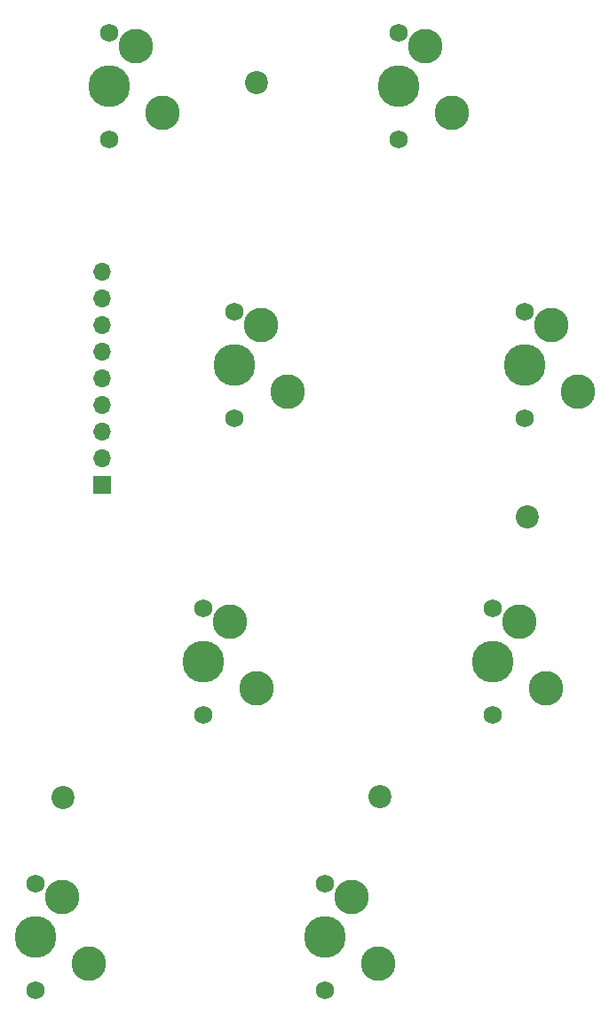
<source format=gbr>
%TF.GenerationSoftware,KiCad,Pcbnew,(6.0.7)*%
%TF.CreationDate,2023-01-05T19:35:34-06:00*%
%TF.ProjectId,OpenRectangle,4f70656e-5265-4637-9461-6e676c652e6b,rev?*%
%TF.SameCoordinates,Original*%
%TF.FileFunction,Soldermask,Top*%
%TF.FilePolarity,Negative*%
%FSLAX46Y46*%
G04 Gerber Fmt 4.6, Leading zero omitted, Abs format (unit mm)*
G04 Created by KiCad (PCBNEW (6.0.7)) date 2023-01-05 19:35:34*
%MOMM*%
%LPD*%
G01*
G04 APERTURE LIST*
%ADD10R,1.700000X1.700000*%
%ADD11O,1.700000X1.700000*%
%ADD12C,1.750000*%
%ADD13C,3.987800*%
%ADD14C,3.300000*%
%ADD15C,2.200000*%
G04 APERTURE END LIST*
D10*
%TO.C,J2*%
X217968834Y-73801260D03*
D11*
X217968834Y-71261260D03*
X217968834Y-68721260D03*
X217968834Y-66181260D03*
X217968834Y-63641260D03*
X217968834Y-61101260D03*
X217968834Y-58561260D03*
X217968834Y-56021260D03*
X217968834Y-53481260D03*
%TD*%
D12*
%TO.C,SW10*%
X218605968Y-40861760D03*
D13*
X218605968Y-35781760D03*
D12*
X218605968Y-30701760D03*
D14*
X221145968Y-31971760D03*
X223685968Y-38321760D03*
%TD*%
D12*
%TO.C,SW2*%
X258210968Y-67379760D03*
D13*
X258210968Y-62299760D03*
D12*
X258210968Y-57219760D03*
D14*
X260750968Y-58489760D03*
X263290968Y-64839760D03*
%TD*%
D12*
%TO.C,SW13*%
X211589968Y-121957760D03*
X211589968Y-111797760D03*
D13*
X211589968Y-116877760D03*
D14*
X214129968Y-113067760D03*
X216669968Y-119417760D03*
%TD*%
D12*
%TO.C,SW11*%
X230600968Y-57219760D03*
X230600968Y-67379760D03*
D13*
X230600968Y-62299760D03*
D14*
X233140968Y-58489760D03*
X235680968Y-64839760D03*
%TD*%
D12*
%TO.C,SW3*%
X255235968Y-95734760D03*
X255235968Y-85574760D03*
D13*
X255235968Y-90654760D03*
D14*
X257775968Y-86844760D03*
X260315968Y-93194760D03*
%TD*%
D12*
%TO.C,SW4*%
X239199968Y-121957760D03*
D13*
X239199968Y-116877760D03*
D12*
X239199968Y-111797760D03*
D14*
X241739968Y-113067760D03*
X244279968Y-119417760D03*
%TD*%
D13*
%TO.C,SW12*%
X227625968Y-90654760D03*
D12*
X227625968Y-85574760D03*
X227625968Y-95734760D03*
D14*
X230165968Y-86844760D03*
X232705968Y-93194760D03*
%TD*%
D12*
%TO.C,SW1*%
X246214968Y-40861760D03*
X246214968Y-30701760D03*
D13*
X246214968Y-35781760D03*
D14*
X248754968Y-31971760D03*
X251294968Y-38321760D03*
%TD*%
D15*
%TO.C,H10*%
X244478834Y-103461260D03*
%TD*%
%TO.C,H8*%
X232668834Y-35441260D03*
%TD*%
%TO.C,H9*%
X258508834Y-76851260D03*
%TD*%
%TO.C,H11*%
X214248834Y-103571260D03*
%TD*%
M02*

</source>
